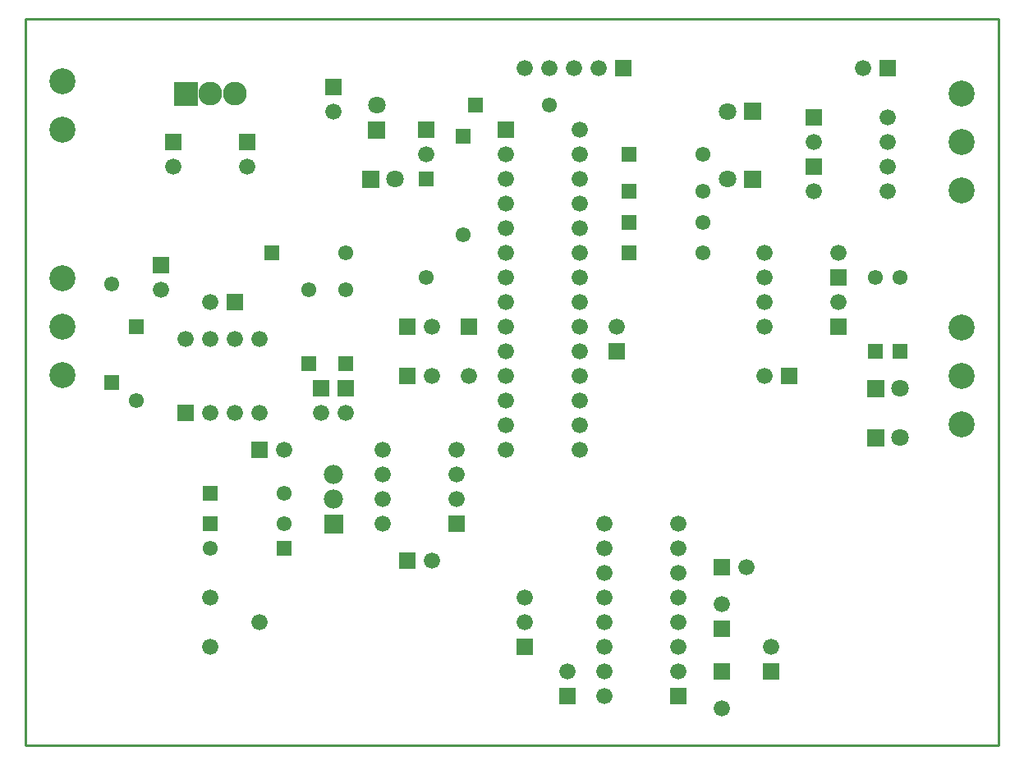
<source format=gbr>
G04 start of page 6 for group -4063 idx -4063 *
G04 Title: (unknown), componentmask *
G04 Creator: pcb 20140316 *
G04 CreationDate: Ne 28. leden 2018, 18:47:39 GMT UTC *
G04 For: mario *
G04 Format: Gerber/RS-274X *
G04 PCB-Dimensions (mil): 3976.38 2992.13 *
G04 PCB-Coordinate-Origin: lower left *
%MOIN*%
%FSLAX25Y25*%
%LNTOPMASK*%
%ADD64C,0.0780*%
%ADD63C,0.0960*%
%ADD62C,0.0610*%
%ADD61C,0.0710*%
%ADD60C,0.0660*%
%ADD59C,0.0001*%
%ADD58C,0.1054*%
%ADD57C,0.0100*%
G54D57*X395000Y4213D02*X375000D01*
X395000D02*Y24213D01*
Y4213D02*X0D01*
Y299213D01*
X395000D01*
Y4213D01*
G54D58*X380000Y268898D03*
Y249213D03*
G54D59*G36*
X346700Y282513D02*Y275913D01*
X353300D01*
Y282513D01*
X346700D01*
G37*
G54D60*X350000Y249213D03*
Y259213D03*
Y229213D03*
Y239213D03*
X340000Y279213D03*
G54D59*G36*
X316700Y262513D02*Y255913D01*
X323300D01*
Y262513D01*
X316700D01*
G37*
G54D60*X320000Y249213D03*
G54D59*G36*
X316700Y242513D02*Y235913D01*
X323300D01*
Y242513D01*
X316700D01*
G37*
G54D60*X320000Y229213D03*
G54D58*X380000Y229528D03*
Y173898D03*
Y154213D03*
Y134528D03*
G54D59*G36*
X341450Y152763D02*Y145663D01*
X348550D01*
Y152763D01*
X341450D01*
G37*
G54D61*X355000Y149213D03*
G54D58*X15000Y154528D03*
Y174213D03*
Y193898D03*
G54D59*G36*
X71950Y109763D02*Y103663D01*
X78050D01*
Y109763D01*
X71950D01*
G37*
G54D60*X75000Y64213D03*
Y44213D03*
G54D59*G36*
X71950Y97263D02*Y91163D01*
X78050D01*
Y97263D01*
X71950D01*
G37*
G54D62*X75000Y84213D03*
G54D58*X15000Y254213D03*
Y273898D03*
G54D59*G36*
X56700Y252513D02*Y245913D01*
X63300D01*
Y252513D01*
X56700D01*
G37*
G54D60*X60000Y239213D03*
G54D59*G36*
X86700Y252513D02*Y245913D01*
X93300D01*
Y252513D01*
X86700D01*
G37*
G54D60*X90000Y239213D03*
G54D59*G36*
X60200Y273698D02*Y264098D01*
X69800D01*
Y273698D01*
X60200D01*
G37*
G54D63*X75000Y268898D03*
X85000D03*
G54D60*Y139213D03*
G54D62*X45000Y144213D03*
G54D59*G36*
X31950Y154763D02*Y148663D01*
X38050D01*
Y154763D01*
X31950D01*
G37*
G54D60*X85000Y169213D03*
G54D59*G36*
X81700Y187513D02*Y180913D01*
X88300D01*
Y187513D01*
X81700D01*
G37*
G54D60*X75000Y184213D03*
G54D59*G36*
X61700Y142513D02*Y135913D01*
X68300D01*
Y142513D01*
X61700D01*
G37*
G54D60*X75000Y139213D03*
Y169213D03*
X65000D03*
G54D59*G36*
X41950Y177263D02*Y171163D01*
X48050D01*
Y177263D01*
X41950D01*
G37*
G36*
X51700Y202513D02*Y195913D01*
X58300D01*
Y202513D01*
X51700D01*
G37*
G54D60*X55000Y189213D03*
G54D62*X35000Y191713D03*
G54D60*X95000Y139213D03*
X130000D03*
X120000D03*
X95000Y169213D03*
G54D59*G36*
X111950Y162263D02*Y156163D01*
X118050D01*
Y162263D01*
X111950D01*
G37*
G36*
X126950D02*Y156163D01*
X133050D01*
Y162263D01*
X126950D01*
G37*
G36*
X126700Y152513D02*Y145913D01*
X133300D01*
Y152513D01*
X126700D01*
G37*
G36*
X116700D02*Y145913D01*
X123300D01*
Y152513D01*
X116700D01*
G37*
G36*
X96950Y207263D02*Y201163D01*
X103050D01*
Y207263D01*
X96950D01*
G37*
G54D62*X130000Y204213D03*
X115000Y189213D03*
X130000D03*
G54D59*G36*
X91700Y127513D02*Y120913D01*
X98300D01*
Y127513D01*
X91700D01*
G37*
G54D60*X95000Y54213D03*
X105000Y124213D03*
G54D62*Y106713D03*
G54D59*G36*
X121100Y98113D02*Y90313D01*
X128900D01*
Y98113D01*
X121100D01*
G37*
G54D64*X125000Y104213D03*
Y114213D03*
G54D62*X105000Y94213D03*
G54D59*G36*
X101950Y87263D02*Y81163D01*
X108050D01*
Y87263D01*
X101950D01*
G37*
G36*
X151700Y82513D02*Y75913D01*
X158300D01*
Y82513D01*
X151700D01*
G37*
G54D60*X145000Y114213D03*
Y104213D03*
Y94213D03*
X165000Y79213D03*
Y154213D03*
G54D59*G36*
X171700Y97513D02*Y90913D01*
X178300D01*
Y97513D01*
X171700D01*
G37*
G54D60*X175000Y104213D03*
Y114213D03*
Y124213D03*
X145000D03*
G54D59*G36*
X151700Y157513D02*Y150913D01*
X158300D01*
Y157513D01*
X151700D01*
G37*
G36*
Y177513D02*Y170913D01*
X158300D01*
Y177513D01*
X151700D01*
G37*
G54D60*X165000Y174213D03*
G54D62*X162500Y194213D03*
G54D59*G36*
X176700Y177513D02*Y170913D01*
X183300D01*
Y177513D01*
X176700D01*
G37*
G54D60*X180000Y154213D03*
G54D59*G36*
X261700Y27513D02*Y20913D01*
X268300D01*
Y27513D01*
X261700D01*
G37*
G54D60*X265000Y34213D03*
Y44213D03*
X220000Y34213D03*
G54D59*G36*
X299200Y37513D02*Y30913D01*
X305800D01*
Y37513D01*
X299200D01*
G37*
G54D60*X302500Y44213D03*
G54D59*G36*
X279200Y37513D02*Y30913D01*
X285800D01*
Y37513D01*
X279200D01*
G37*
G54D60*X265000Y54213D03*
G54D59*G36*
X279200Y55013D02*Y48413D01*
X285800D01*
Y55013D01*
X279200D01*
G37*
G54D60*X282500Y61713D03*
Y19213D03*
X265000Y64213D03*
X235000D03*
X265000Y74213D03*
X235000D03*
X265000Y84213D03*
X235000D03*
X265000Y94213D03*
X235000D03*
G54D59*G36*
X279200Y80013D02*Y73413D01*
X285800D01*
Y80013D01*
X279200D01*
G37*
G54D60*X292500Y76713D03*
X235000Y54213D03*
Y44213D03*
Y34213D03*
Y24213D03*
G54D59*G36*
X199200Y47513D02*Y40913D01*
X205800D01*
Y47513D01*
X199200D01*
G37*
G54D60*X202500Y54213D03*
Y64213D03*
G54D59*G36*
X216700Y27513D02*Y20913D01*
X223300D01*
Y27513D01*
X216700D01*
G37*
G36*
X241950Y207263D02*Y201163D01*
X248050D01*
Y207263D01*
X241950D01*
G37*
G54D62*X275000Y204213D03*
Y216713D03*
Y229213D03*
G54D59*G36*
X241950Y219763D02*Y213663D01*
X248050D01*
Y219763D01*
X241950D01*
G37*
G36*
Y232263D02*Y226163D01*
X248050D01*
Y232263D01*
X241950D01*
G37*
G54D62*X275000Y244213D03*
G54D59*G36*
X291450Y237763D02*Y230663D01*
X298550D01*
Y237763D01*
X291450D01*
G37*
G54D61*X285000Y234213D03*
G54D59*G36*
X291450Y265263D02*Y258163D01*
X298550D01*
Y265263D01*
X291450D01*
G37*
G54D61*X285000Y261713D03*
G54D59*G36*
X306700Y157513D02*Y150913D01*
X313300D01*
Y157513D01*
X306700D01*
G37*
G54D60*X300000Y154213D03*
Y184213D03*
Y174213D03*
Y204213D03*
Y194213D03*
G54D59*G36*
X326700Y177513D02*Y170913D01*
X333300D01*
Y177513D01*
X326700D01*
G37*
G54D60*X330000Y184213D03*
G54D59*G36*
X326700Y197513D02*Y190913D01*
X333300D01*
Y197513D01*
X326700D01*
G37*
G54D60*X330000Y204213D03*
G54D59*G36*
X351950Y167263D02*Y161163D01*
X358050D01*
Y167263D01*
X351950D01*
G37*
G54D62*X355000Y194213D03*
G54D59*G36*
X341950Y167263D02*Y161163D01*
X348050D01*
Y167263D01*
X341950D01*
G37*
G54D62*X345000Y194213D03*
G54D59*G36*
X341450Y132763D02*Y125663D01*
X348550D01*
Y132763D01*
X341450D01*
G37*
G54D61*X355000Y129213D03*
G54D59*G36*
X121700Y275013D02*Y268413D01*
X128300D01*
Y275013D01*
X121700D01*
G37*
G54D60*X125000Y261713D03*
G54D59*G36*
X138950Y257763D02*Y250663D01*
X146050D01*
Y257763D01*
X138950D01*
G37*
G54D61*X142500Y264213D03*
G54D60*X195000Y234213D03*
Y224213D03*
Y214213D03*
Y204213D03*
Y194213D03*
Y184213D03*
X225000Y194213D03*
Y204213D03*
Y214213D03*
Y224213D03*
G54D62*X177500Y211713D03*
G54D60*X195000Y174213D03*
Y164213D03*
Y154213D03*
Y144213D03*
Y134213D03*
Y124213D03*
X225000D03*
Y134213D03*
Y144213D03*
Y154213D03*
Y164213D03*
Y174213D03*
Y184213D03*
G54D59*G36*
X236700Y167513D02*Y160913D01*
X243300D01*
Y167513D01*
X236700D01*
G37*
G54D60*X240000Y174213D03*
X225000Y234213D03*
Y244213D03*
Y254213D03*
X212500Y279213D03*
X202500D03*
G54D62*X212500Y264213D03*
G54D59*G36*
X239200Y282513D02*Y275913D01*
X245800D01*
Y282513D01*
X239200D01*
G37*
G54D60*X232500Y279213D03*
X222500D03*
G54D59*G36*
X241950Y247263D02*Y241163D01*
X248050D01*
Y247263D01*
X241950D01*
G37*
G36*
X136450Y237763D02*Y230663D01*
X143550D01*
Y237763D01*
X136450D01*
G37*
G54D61*X150000Y234213D03*
G54D59*G36*
X179450Y267263D02*Y261163D01*
X185550D01*
Y267263D01*
X179450D01*
G37*
G36*
X159450Y237263D02*Y231163D01*
X165550D01*
Y237263D01*
X159450D01*
G37*
G36*
X191700Y257513D02*Y250913D01*
X198300D01*
Y257513D01*
X191700D01*
G37*
G54D60*X195000Y244213D03*
G54D59*G36*
X174450Y254763D02*Y248663D01*
X180550D01*
Y254763D01*
X174450D01*
G37*
G36*
X159200Y257513D02*Y250913D01*
X165800D01*
Y257513D01*
X159200D01*
G37*
G54D60*X162500Y244213D03*
M02*

</source>
